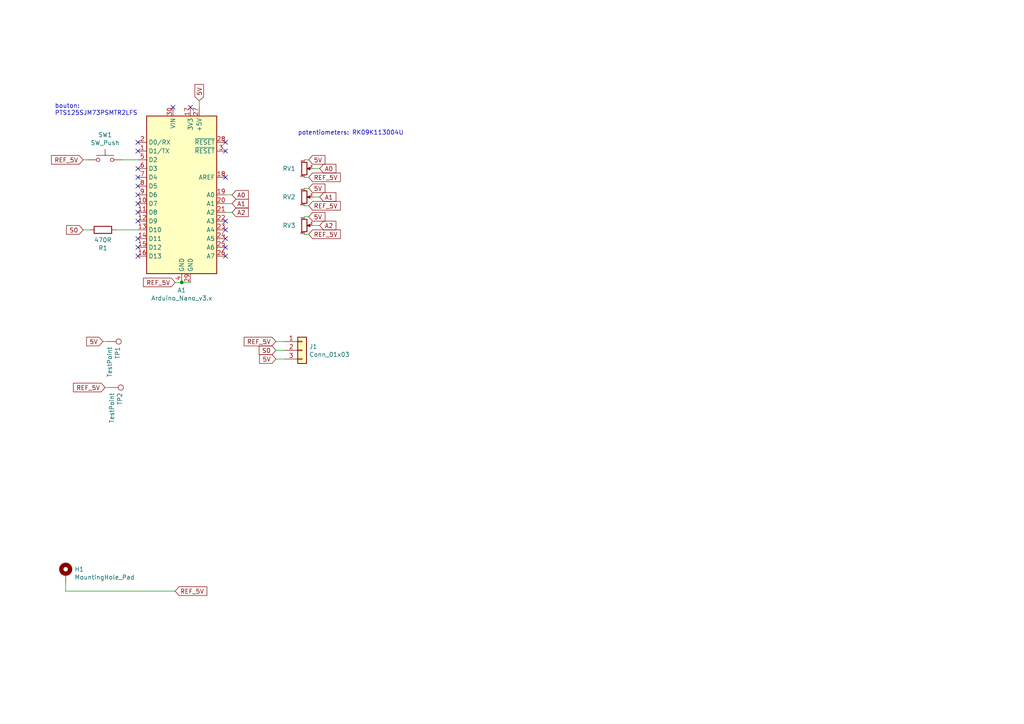
<source format=kicad_sch>
(kicad_sch (version 20211123) (generator eeschema)
  (paper "A4")
  (lib_symbols
    (symbol "Connector:TestPoint" (pin_numbers hide) (pin_names (offset 0.762) hide)
      (property "Reference" "TP" (at 0 6.858 0))
      (property "Value" "TestPoint" (at 0 5.08 0))
      (symbol "TestPoint_0_1"
        (circle (center 0 3.302) (radius 0.762))
      )
      (symbol "TestPoint_1_1"
        (pin passive line (at 0 0 90) (length 2.54) (name "1") (number "1"))
      )
    )
    (symbol "Connector_Generic:Conn_01x03" (pin_names (offset 1.016) hide)
      (property "Reference" "J" (at 0 5.08 0))
      (property "Value" "Conn_01x03" (at 0 -5.08 0))
      (symbol "Conn_01x03_1_1"
        (rectangle (start -1.27 -2.413) (end 0 -2.667) (stroke (width 0.1524)))
        (rectangle (start -1.27 0.127) (end 0 -0.127) (stroke (width 0.1524)))
        (rectangle (start -1.27 2.667) (end 0 2.413) (stroke (width 0.1524)))
        (rectangle (start -1.27 3.81) (end 1.27 -3.81) (stroke (width 0.254)) (fill (type background)))
        (pin passive line (at -5.08 2.54 0) (length 3.81) (name "Pin_1") (number "1"))
        (pin passive line (at -5.08 0 0) (length 3.81) (name "Pin_2") (number "2"))
        (pin passive line (at -5.08 -2.54 0) (length 3.81) (name "Pin_3") (number "3"))
      )
    )
    (symbol "Device:R" (pin_numbers hide) (pin_names (offset 0))
      (property "Reference" "R" (at 2.032 0 90))
      (property "Value" "R" (at 0 0 90))
      (symbol "R_0_1"
        (rectangle (start -1.016 -2.54) (end 1.016 2.54) (stroke (width 0.254)))
      )
      (symbol "R_1_1"
        (pin passive line (at 0 3.81 270) (length 1.27) (name "~") (number "1"))
        (pin passive line (at 0 -3.81 90) (length 1.27) (name "~") (number "2"))
      )
    )
    (symbol "Device:R_Potentiometer_Small" (pin_names (offset 1.016) hide)
      (property "Reference" "RV" (at -4.445 0 90))
      (property "Value" "R_Potentiometer_Small" (at -2.54 0 90))
      (symbol "R_Potentiometer_Small_0_1"
        (polyline (pts (xy 0.889 0) (xy 0.635 0) (xy 1.651 0.381) (xy 1.651 -0.381) (xy 0.635 0) (xy 0.889 0)) (fill (type outline)))
        (rectangle (start 0.762 1.8034) (end -0.762 -1.8034) (stroke (width 0.254)))
      )
      (symbol "R_Potentiometer_Small_1_1"
        (pin passive line (at 0 2.54 270) (length 0.635) (name "1") (number "1"))
        (pin passive line (at 2.54 0 180) (length 0.9906) (name "2") (number "2"))
        (pin passive line (at 0 -2.54 90) (length 0.635) (name "3") (number "3"))
      )
    )
    (symbol "MCU_Module:Arduino_Nano_v3.x"
      (property "Reference" "A" (at -10.16 23.495 0))
      (property "Value" "Arduino_Nano_v3.x" (at 5.08 -24.13 0))
      (symbol "Arduino_Nano_v3.x_0_1"
        (rectangle (start -10.16 22.86) (end 10.16 -22.86) (stroke (width 0.254)) (fill (type background)))
      )
      (symbol "Arduino_Nano_v3.x_1_1"
        (pin bidirectional line (at -12.7 12.7 0) (length 2.54) (name "D1/TX") (number "1"))
        (pin bidirectional line (at -12.7 -2.54 0) (length 2.54) (name "D7") (number "10"))
        (pin bidirectional line (at -12.7 -5.08 0) (length 2.54) (name "D8") (number "11"))
        (pin bidirectional line (at -12.7 -7.62 0) (length 2.54) (name "D9") (number "12"))
        (pin bidirectional line (at -12.7 -10.16 0) (length 2.54) (name "D10") (number "13"))
        (pin bidirectional line (at -12.7 -12.7 0) (length 2.54) (name "D11") (number "14"))
        (pin bidirectional line (at -12.7 -15.24 0) (length 2.54) (name "D12") (number "15"))
        (pin bidirectional line (at -12.7 -17.78 0) (length 2.54) (name "D13") (number "16"))
        (pin power_out line (at 2.54 25.4 270) (length 2.54) (name "3V3") (number "17"))
        (pin input line (at 12.7 5.08 180) (length 2.54) (name "AREF") (number "18"))
        (pin bidirectional line (at 12.7 0 180) (length 2.54) (name "A0") (number "19"))
        (pin bidirectional line (at -12.7 15.24 0) (length 2.54) (name "D0/RX") (number "2"))
        (pin bidirectional line (at 12.7 -2.54 180) (length 2.54) (name "A1") (number "20"))
        (pin bidirectional line (at 12.7 -5.08 180) (length 2.54) (name "A2") (number "21"))
        (pin bidirectional line (at 12.7 -7.62 180) (length 2.54) (name "A3") (number "22"))
        (pin bidirectional line (at 12.7 -10.16 180) (length 2.54) (name "A4") (number "23"))
        (pin bidirectional line (at 12.7 -12.7 180) (length 2.54) (name "A5") (number "24"))
        (pin bidirectional line (at 12.7 -15.24 180) (length 2.54) (name "A6") (number "25"))
        (pin bidirectional line (at 12.7 -17.78 180) (length 2.54) (name "A7") (number "26"))
        (pin power_out line (at 5.08 25.4 270) (length 2.54) (name "+5V") (number "27"))
        (pin input line (at 12.7 15.24 180) (length 2.54) (name "~{RESET}") (number "28"))
        (pin power_in line (at 2.54 -25.4 90) (length 2.54) (name "GND") (number "29"))
        (pin input line (at 12.7 12.7 180) (length 2.54) (name "~{RESET}") (number "3"))
        (pin power_in line (at -2.54 25.4 270) (length 2.54) (name "VIN") (number "30"))
        (pin power_in line (at 0 -25.4 90) (length 2.54) (name "GND") (number "4"))
        (pin bidirectional line (at -12.7 10.16 0) (length 2.54) (name "D2") (number "5"))
        (pin bidirectional line (at -12.7 7.62 0) (length 2.54) (name "D3") (number "6"))
        (pin bidirectional line (at -12.7 5.08 0) (length 2.54) (name "D4") (number "7"))
        (pin bidirectional line (at -12.7 2.54 0) (length 2.54) (name "D5") (number "8"))
        (pin bidirectional line (at -12.7 0 0) (length 2.54) (name "D6") (number "9"))
      )
    )
    (symbol "Mechanical:MountingHole_Pad" (pin_numbers hide) (pin_names (offset 1.016) hide)
      (property "Reference" "H" (at 0 6.35 0))
      (property "Value" "MountingHole_Pad" (at 0 4.445 0))
      (symbol "MountingHole_Pad_0_1"
        (circle (center 0 1.27) (radius 1.27) (stroke (width 1.27)))
      )
      (symbol "MountingHole_Pad_1_1"
        (pin input line (at 0 -2.54 90) (length 2.54) (name "1") (number "1"))
      )
    )
    (symbol "Switch:SW_Push" (pin_numbers hide) (pin_names (offset 1.016) hide)
      (property "Reference" "SW" (at 1.27 2.54 0))
      (property "Value" "SW_Push" (at 0 -1.524 0))
      (symbol "SW_Push_0_1"
        (circle (center -2.032 0) (radius 0.508))
        (polyline (pts (xy 0 1.27) (xy 0 3.048)))
        (polyline (pts (xy 2.54 1.27) (xy -2.54 1.27)))
        (circle (center 2.032 0) (radius 0.508))
        (pin passive line (at -5.08 0 0) (length 2.54) (name "1") (number "1"))
        (pin passive line (at 5.08 0 180) (length 2.54) (name "2") (number "2"))
      )
    )
  )
  (junction (at 52.705 81.915))
  (no_connect (at 65.405 74.295))
  (no_connect (at 40.005 56.515))
  (no_connect (at 55.245 31.115))
  (no_connect (at 40.005 74.295))
  (no_connect (at 65.405 64.135))
  (no_connect (at 65.405 51.435))
  (no_connect (at 50.165 31.115))
  (no_connect (at 40.005 71.755))
  (no_connect (at 65.405 69.215))
  (no_connect (at 40.005 41.275))
  (no_connect (at 40.005 53.975))
  (no_connect (at 65.405 71.755))
  (no_connect (at 65.405 41.275))
  (no_connect (at 40.005 69.215))
  (no_connect (at 40.005 61.595))
  (no_connect (at 40.005 51.435))
  (no_connect (at 65.405 43.815))
  (no_connect (at 40.005 48.895))
  (no_connect (at 40.005 64.135))
  (no_connect (at 40.005 59.055))
  (no_connect (at 65.405 66.675))
  (no_connect (at 40.005 43.815))
  (wire (pts (xy 88.265 59.69) (xy 89.535 59.69)))
  (wire (pts (xy 29.845 99.06) (xy 31.115 99.06)))
  (wire (pts (xy 24.13 66.675) (xy 26.035 66.675)))
  (wire (pts (xy 57.785 29.21) (xy 57.785 31.115)))
  (wire (pts (xy 90.805 48.895) (xy 92.71 48.895)))
  (wire (pts (xy 33.655 66.675) (xy 40.005 66.675)))
  (wire (pts (xy 30.48 112.395) (xy 31.75 112.395)))
  (wire (pts (xy 65.405 61.595) (xy 67.31 61.595)))
  (wire (pts (xy 88.265 51.435) (xy 89.535 51.435)))
  (wire (pts (xy 50.8 81.915) (xy 52.705 81.915)))
  (wire (pts (xy 90.805 57.15) (xy 92.71 57.15)))
  (wire (pts (xy 65.405 56.515) (xy 67.31 56.515)))
  (wire (pts (xy 65.405 59.055) (xy 67.31 59.055)))
  (wire (pts (xy 80.01 99.06) (xy 82.55 99.06)))
  (wire (pts (xy 24.13 46.355) (xy 25.4 46.355)))
  (wire (pts (xy 80.01 104.14) (xy 82.55 104.14)))
  (wire (pts (xy 80.01 101.6) (xy 82.55 101.6)))
  (wire (pts (xy 35.56 46.355) (xy 40.005 46.355)))
  (wire (pts (xy 90.805 65.405) (xy 92.71 65.405)))
  (wire (pts (xy 88.265 54.61) (xy 89.535 54.61)))
  (wire (pts (xy 19.05 171.45) (xy 50.8 171.45)))
  (wire (pts (xy 88.265 67.945) (xy 89.535 67.945)))
  (wire (pts (xy 88.265 46.355) (xy 89.535 46.355)))
  (wire (pts (xy 19.05 171.45) (xy 19.05 168.91)))
  (wire (pts (xy 88.265 62.865) (xy 89.535 62.865)))
  (wire (pts (xy 55.245 81.915) (xy 52.705 81.915)))
  (text "bouton:\nPTS125SJM73PSMTR2LFS" (at 15.875 33.655 0) (effects (font (size 1.27 1.27)) (justify left bottom)))
  (text "potentiometers: RK09K113004U" (at 86.36 39.37 0) (effects (font (size 1.27 1.27)) (justify left bottom)))
  (global_label "REF_5V" (shape input) (at 50.8 81.915 180) (property "Intersheet References" "${INTERSHEET_REFS}" (effects hide)))
  (global_label "REF_5V" (shape input) (at 89.535 59.69 0) (property "Intersheet References" "${INTERSHEET_REFS}" (effects hide)))
  (global_label "5V" (shape input) (at 29.845 99.06 180) (property "Intersheet References" "${INTERSHEET_REFS}" (effects hide)))
  (global_label "S0" (shape input) (at 80.01 101.6 180) (property "Intersheet References" "${INTERSHEET_REFS}" (effects hide)))
  (global_label "A1" (shape input) (at 92.71 57.15 0) (property "Intersheet References" "${INTERSHEET_REFS}" (effects hide)))
  (global_label "REF_5V" (shape input) (at 89.535 51.435 0) (property "Intersheet References" "${INTERSHEET_REFS}" (effects hide)))
  (global_label "A2" (shape input) (at 92.71 65.405 0) (property "Intersheet References" "${INTERSHEET_REFS}" (effects hide)))
  (global_label "REF_5V" (shape input) (at 30.48 112.395 180) (property "Intersheet References" "${INTERSHEET_REFS}" (effects hide)))
  (global_label "A0" (shape input) (at 92.71 48.895 0) (property "Intersheet References" "${INTERSHEET_REFS}" (effects hide)))
  (global_label "REF_5V" (shape input) (at 89.535 67.945 0) (property "Intersheet References" "${INTERSHEET_REFS}" (effects hide)))
  (global_label "5V" (shape input) (at 89.535 62.865 0) (property "Intersheet References" "${INTERSHEET_REFS}" (effects hide)))
  (global_label "A1" (shape input) (at 67.31 59.055 0) (property "Intersheet References" "${INTERSHEET_REFS}" (effects hide)))
  (global_label "A0" (shape input) (at 67.31 56.515 0) (property "Intersheet References" "${INTERSHEET_REFS}" (effects hide)))
  (global_label "5V" (shape input) (at 80.01 104.14 180) (property "Intersheet References" "${INTERSHEET_REFS}" (effects hide)))
  (global_label "5V" (shape input) (at 89.535 46.355 0) (property "Intersheet References" "${INTERSHEET_REFS}" (effects hide)))
  (global_label "A2" (shape input) (at 67.31 61.595 0) (property "Intersheet References" "${INTERSHEET_REFS}" (effects hide)))
  (global_label "5V" (shape input) (at 57.785 29.21 90) (property "Intersheet References" "${INTERSHEET_REFS}" (effects hide)))
  (global_label "REF_5V" (shape input) (at 24.13 46.355 180) (property "Intersheet References" "${INTERSHEET_REFS}" (effects hide)))
  (global_label "S0" (shape input) (at 24.13 66.675 180) (property "Intersheet References" "${INTERSHEET_REFS}" (effects hide)))
  (global_label "REF_5V" (shape input) (at 80.01 99.06 180) (property "Intersheet References" "${INTERSHEET_REFS}" (effects hide)))
  (global_label "5V" (shape input) (at 89.535 54.61 0) (property "Intersheet References" "${INTERSHEET_REFS}" (effects hide)))
  (global_label "REF_5V" (shape input) (at 50.8 171.45 0) (property "Intersheet References" "${INTERSHEET_REFS}" (effects hide)))
  (symbol (lib_id "Connector:TestPoint") (at 31.115 99.06 270) (unit 1)
    (property "Reference" "TP1" (at 34.1122 100.5332 0) (effects (justify left)))
    (property "Value" "TestPoint" (at 31.8008 100.5332 0) (effects (justify left)))
    (property "Footprint" "Connector_PinHeader_2.54mm:PinHeader_1x01_P2.54mm_Vertical" (effects hide))
  )
  (symbol (lib_id "Connector:TestPoint") (at 31.75 112.395 270) (unit 1)
    (property "Reference" "TP2" (at 34.7472 113.8682 0) (effects (justify left)))
    (property "Value" "TestPoint" (at 32.4358 113.8682 0) (effects (justify left)))
    (property "Footprint" "Connector_PinHeader_2.54mm:PinHeader_1x01_P2.54mm_Vertical" (effects hide))
  )
  (symbol (lib_id "Mechanical:MountingHole_Pad") (at 19.05 166.37 0) (unit 1)
    (property "Reference" "H1" (at 21.59 165.1254 0) (effects (justify left)))
    (property "Value" "MountingHole_Pad" (at 21.59 167.4368 0) (effects (justify left)))
    (property "Footprint" "MountingHole:MountingHole_3.2mm_M3_Pad_Via" (effects hide))
  )
  (symbol (lib_id "Device:R") (at 29.845 66.675 90) (unit 1)
    (property "Reference" "R1" (at 29.845 71.9328 90))
    (property "Value" "470R" (at 29.845 69.6214 90))
    (property "Footprint" "Resistor_SMD:R_0603_1608Metric_Pad1.05x0.95mm_HandSolder" (effects hide))
    (property "Datasheet" "C23179" (effects hide))
  )
  (symbol (lib_id "Connector_Generic:Conn_01x03") (at 87.63 101.6 0) (unit 1)
    (property "Reference" "J1" (at 89.662 100.5332 0) (effects (justify left)))
    (property "Value" "Conn_01x03" (at 89.662 102.8446 0) (effects (justify left)))
    (property "Footprint" "Connector_JST:JST_XH_S3B-XH-A_1x03_P2.50mm_Horizontal" (effects hide))
    (property "Datasheet" "C18428" (effects hide))
  )
  (symbol (lib_id "MCU_Module:Arduino_Nano_v3.x") (at 52.705 56.515 0) (unit 1)
    (property "Reference" "A1" (at 52.705 84.1756 0))
    (property "Value" "Arduino_Nano_v3.x" (at 52.705 86.487 0))
    (property "Footprint" "Module:Arduino_Nano" (effects hide))
    (property "Datasheet" "http://www.mouser.com/pdfdocs/Gravitech_Arduino_Nano3_0.pdf" (effects hide))
  )
  (symbol (lib_id "Switch:SW_Push") (at 30.48 46.355 0) (unit 1)
    (property "Reference" "SW1" (at 30.48 39.116 0))
    (property "Value" "SW_Push" (at 30.48 41.4274 0))
    (property "Footprint" "Button_Switch_SMD:SW_Push_1P1T_NO_CK_PTS125Sx43PSMTR" (effects hide))
    (property "Datasheet" "C411882" (effects hide))
  )
  (symbol (lib_id "Device:R_Potentiometer_Small") (at 88.265 57.15 0) (unit 1)
    (property "Reference" "RV2" (at 85.725 57.1499 0) (effects (justify right)))
    (property "Value" "R_Potentiometer_Small" (effects hide))
    (property "Footprint" "Potentiometer_THT:Potentiometer_Alps_RK09K_Single_Vertical" (effects hide))
  )
  (symbol (lib_id "Device:R_Potentiometer_Small") (at 88.265 48.895 0) (unit 1)
    (property "Reference" "RV1" (at 85.725 48.8949 0) (effects (justify right)))
    (property "Value" "R_Potentiometer_Small" (effects hide))
    (property "Footprint" "Potentiometer_THT:Potentiometer_Alps_RK09K_Single_Vertical" (effects hide))
  )
  (symbol (lib_id "Device:R_Potentiometer_Small") (at 88.265 65.405 0) (unit 1)
    (property "Reference" "RV3" (at 85.725 65.4049 0) (effects (justify right)))
    (property "Value" "R_Potentiometer_Small" (effects hide))
    (property "Footprint" "Potentiometer_THT:Potentiometer_Alps_RK09K_Single_Vertical" (effects hide))
  )
)
</source>
